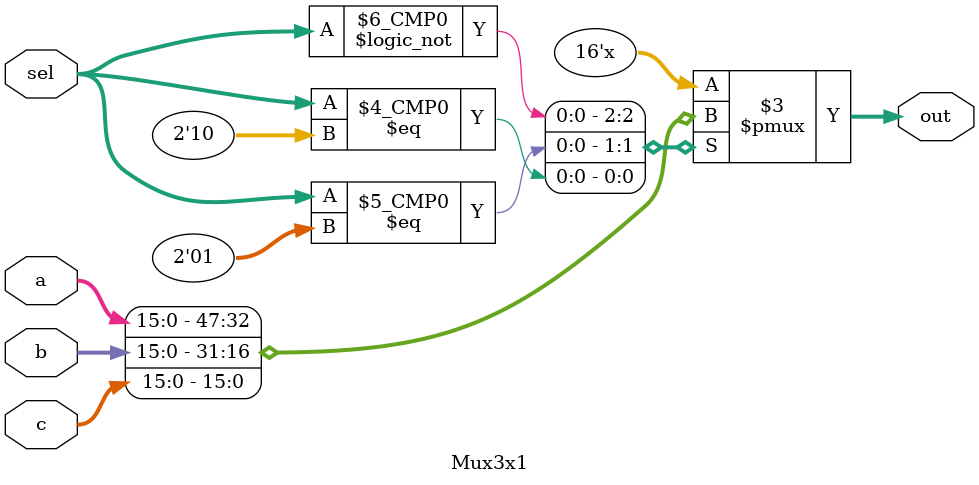
<source format=sv>
module Mux3x1
(
    input [15:0] a,
    input [15:0] b,
    input [15:0] c,

    input wire logic[1:0] sel,

    output [15:0] out
);

always_comb begin
    case (sel)
        2'b00:
            out = a;
        2'b01:
            out = b;
        2'b10:
            out = c;
        default:
            out = 'X;
    endcase
end

endmodule
</source>
